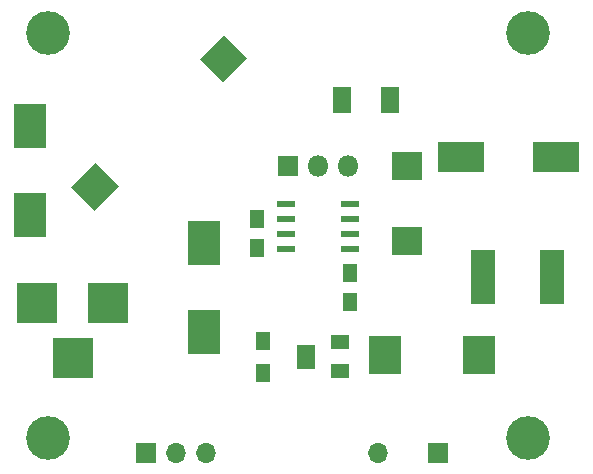
<source format=gts>
G04 #@! TF.FileFunction,Soldermask,Top*
%FSLAX46Y46*%
G04 Gerber Fmt 4.6, Leading zero omitted, Abs format (unit mm)*
G04 Created by KiCad (PCBNEW 4.0.5) date Thursday, May 04, 2017 'PMt' 07:06:30 PM*
%MOMM*%
%LPD*%
G01*
G04 APERTURE LIST*
%ADD10C,0.100000*%
%ADD11R,3.500000X3.500000*%
%ADD12R,1.300000X1.500000*%
%ADD13R,1.700000X1.700000*%
%ADD14O,1.700000X1.700000*%
%ADD15R,1.600000X2.000000*%
%ADD16R,1.600000X1.300000*%
%ADD17R,2.700000X3.200000*%
%ADD18R,1.250000X1.500000*%
%ADD19R,1.550000X0.600000*%
%ADD20R,1.800000X1.800000*%
%ADD21O,1.800000X1.800000*%
%ADD22C,3.700000*%
%ADD23R,2.500000X2.400000*%
%ADD24R,2.700000X3.750000*%
%ADD25R,2.000000X4.600000*%
%ADD26R,1.524000X2.180000*%
%ADD27R,4.000000X2.500000*%
G04 APERTURE END LIST*
D10*
D11*
X54610000Y-53340000D03*
X48610000Y-53340000D03*
X51610000Y-58040000D03*
D12*
X67691000Y-56562000D03*
X67691000Y-59262000D03*
D13*
X82550000Y-66040000D03*
D14*
X77470000Y-66040000D03*
D15*
X71321000Y-57912000D03*
D16*
X74221000Y-56662000D03*
X74221000Y-59162000D03*
D17*
X85992000Y-57785000D03*
X78092000Y-57785000D03*
D18*
X75057000Y-50820000D03*
X75057000Y-53320000D03*
D10*
G36*
X53444387Y-45556441D02*
X51471559Y-43583613D01*
X53536311Y-41518861D01*
X55509139Y-43491689D01*
X53444387Y-45556441D01*
X53444387Y-45556441D01*
G37*
G36*
X64319689Y-34681139D02*
X62346861Y-32708311D01*
X64411613Y-30643559D01*
X66384441Y-32616387D01*
X64319689Y-34681139D01*
X64319689Y-34681139D01*
G37*
D19*
X69690000Y-44958000D03*
X69690000Y-46228000D03*
X69690000Y-47498000D03*
X69690000Y-48768000D03*
X75090000Y-48768000D03*
X75090000Y-47498000D03*
X75090000Y-46228000D03*
X75090000Y-44958000D03*
D18*
X67183000Y-46248000D03*
X67183000Y-48748000D03*
D20*
X69850000Y-41783000D03*
D21*
X72390000Y-41783000D03*
X74930000Y-41783000D03*
D22*
X49530000Y-30480000D03*
D23*
X79883000Y-41808000D03*
X79883000Y-48108000D03*
D24*
X62738000Y-48295000D03*
X62738000Y-55845000D03*
D13*
X57785000Y-66040000D03*
D14*
X60325000Y-66040000D03*
X62865000Y-66040000D03*
D22*
X49530000Y-64770000D03*
X90170000Y-64770000D03*
D25*
X86381000Y-51181000D03*
X92181000Y-51181000D03*
D22*
X90170000Y-30480000D03*
D26*
X78494000Y-36195000D03*
X74414000Y-36195000D03*
D27*
X84519000Y-41021000D03*
X92519000Y-41021000D03*
D24*
X48000920Y-45893280D03*
X48000920Y-38343280D03*
M02*

</source>
